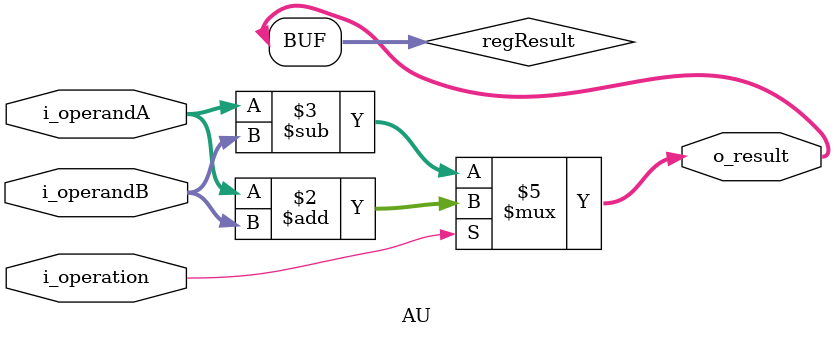
<source format=v>
`timescale 1ns / 1ps

module AU
#(
    parameter NB_OPERAND    = 16    
)
(
    input   wire                        i_operation,
    input   wire [NB_OPERAND-1  :   0]  i_operandA,
    input   wire [NB_OPERAND-1  :   0]  i_operandB, 
    
    output  wire [NB_OPERAND-1  :   0]  o_result
);

    reg [NB_OPERAND-1 : 0] regResult;
    
    assign o_result = regResult;

    always @(*)
    begin
        if(i_operation)
            regResult <= i_operandA + i_operandB;
        else
            regResult <= i_operandA - i_operandB;
    end

endmodule

</source>
